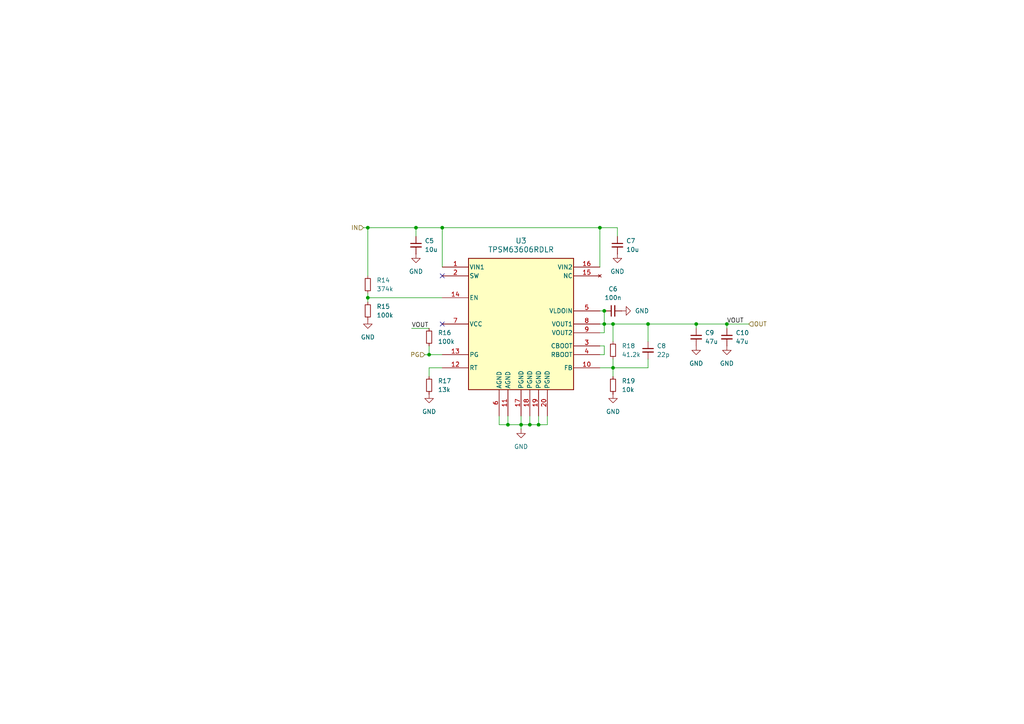
<source format=kicad_sch>
(kicad_sch (version 20231120) (generator "eeschema") (generator_version "8.0")
  (paper "A4")
  (lib_symbols
    (symbol "Device:C_Small" (pin_numbers hide) (pin_names (offset 0.254) hide)
      (property "Reference" "C" (at 0.254 1.778 0))
      (property "Value" "C_Small" (at 0.254 -2.032 0))
      (symbol "C_Small_0_1"
        (polyline (pts (xy -1.524 -0.508) (xy 1.524 -0.508)) (stroke (width 0.3302)))
        (polyline (pts (xy -1.524 0.508) (xy 1.524 0.508)) (stroke (width 0.3048)))
      )
      (symbol "C_Small_1_1"
        (pin passive line (at 0 2.54 270) (length 2.032) (name "~") (number "1"))
        (pin passive line (at 0 -2.54 90) (length 2.032) (name "~") (number "2"))
      )
    )
    (symbol "Device:R_Small" (pin_numbers hide) (pin_names (offset 0.254) hide)
      (property "Reference" "R" (at 0.762 0.508 0))
      (property "Value" "R_Small" (at 0.762 -1.016 0))
      (symbol "R_Small_0_1"
        (rectangle (start -0.762 1.778) (end 0.762 -1.778) (stroke (width 0.2032)))
      )
      (symbol "R_Small_1_1"
        (pin passive line (at 0 2.54 270) (length 0.762) (name "~") (number "1"))
        (pin passive line (at 0 -2.54 90) (length 0.762) (name "~") (number "2"))
      )
    )
    (symbol "bao-lib:TPSM63606RDLR" (pin_names (offset 0.254))
      (property "Reference" "U" (at 22.86 10.16 0))
      (property "Value" "TPSM63606RDLR" (at 22.86 7.62 0))
      (symbol "TPSM63606RDLR_0_1"
        (pin power_in line (at 0 0 0) (length 7.62) (name "VIN1") (number "1"))
        (pin input line (at 45.72 -29.21 180) (length 7.62) (name "FB") (number "10"))
        (pin power_out line (at 19.05 -43.18 90) (length 7.62) (name "AGND") (number "11"))
        (pin input line (at 0 -29.21 0) (length 7.62) (name "RT") (number "12"))
        (pin output line (at 0 -25.4 0) (length 7.62) (name "PG") (number "13"))
        (pin input line (at 0 -8.89 0) (length 7.62) (name "EN") (number "14"))
        (pin no_connect line (at 45.72 -2.54 180) (length 7.62) (name "NC") (number "15"))
        (pin power_in line (at 45.72 0 180) (length 7.62) (name "VIN2") (number "16"))
        (pin power_out line (at 22.86 -43.18 90) (length 7.62) (name "PGND") (number "17"))
        (pin power_out line (at 25.4 -43.18 90) (length 7.62) (name "PGND") (number "18"))
        (pin power_out line (at 27.94 -43.18 90) (length 7.62) (name "PGND") (number "19"))
        (pin output line (at 0 -2.54 0) (length 7.62) (name "SW") (number "2"))
        (pin power_out line (at 30.48 -43.18 90) (length 7.62) (name "PGND") (number "20"))
        (pin bidirectional line (at 45.72 -22.86 180) (length 7.62) (name "CBOOT") (number "3"))
        (pin bidirectional line (at 45.72 -25.4 180) (length 7.62) (name "RBOOT") (number "4"))
        (pin power_in line (at 45.72 -12.7 180) (length 7.62) (name "VLDOIN") (number "5"))
        (pin power_out line (at 16.51 -43.18 90) (length 7.62) (name "AGND") (number "6"))
        (pin output line (at 0 -16.51 0) (length 7.62) (name "VCC") (number "7"))
        (pin power_in line (at 45.72 -16.51 180) (length 7.62) (name "VOUT1") (number "8"))
        (pin power_in line (at 45.72 -19.05 180) (length 7.62) (name "VOUT2") (number "9"))
      )
      (symbol "TPSM63606RDLR_1_1"
        (rectangle (start 7.62 2.54) (end 38.1 -35.56) (stroke (width 0.254)) (fill (type background)))
      )
    )
    (symbol "power:GND" (power) (pin_numbers hide) (pin_names (offset 0) hide)
      (property "Value" "GND" (at 0 -3.81 0))
      (symbol "GND_0_1"
        (polyline (pts (xy 0 0) (xy 0 -1.27) (xy 1.27 -1.27) (xy 0 -2.54) (xy -1.27 -1.27) (xy 0 -1.27)))
      )
      (symbol "GND_1_1"
        (pin power_in line (at 0 0 270) (length 0) (name "~") (number "1"))
      )
    )
  )
  (junction (at 128.27 66.04))
  (junction (at 177.8 93.98))
  (junction (at 210.82 93.98))
  (junction (at 187.96 93.98))
  (junction (at 106.68 86.36))
  (junction (at 175.26 93.98))
  (junction (at 175.26 90.17))
  (junction (at 201.93 93.98))
  (junction (at 173.99 66.04))
  (junction (at 153.67 123.19))
  (junction (at 156.21 123.19))
  (junction (at 151.13 123.19))
  (junction (at 120.65 66.04))
  (junction (at 106.68 66.04))
  (junction (at 124.46 102.87))
  (junction (at 177.8 106.68))
  (junction (at 147.32 123.19))
  (no_connect (at 128.27 80.01))
  (no_connect (at 128.27 93.98))
  (wire (pts (xy 179.07 66.04) (xy 173.99 66.04)))
  (wire (pts (xy 106.68 66.04) (xy 120.65 66.04)))
  (wire (pts (xy 147.32 120.65) (xy 147.32 123.19)))
  (wire (pts (xy 144.78 120.65) (xy 144.78 123.19)))
  (wire (pts (xy 177.8 106.68) (xy 177.8 109.22)))
  (wire (pts (xy 106.68 86.36) (xy 128.27 86.36)))
  (wire (pts (xy 106.68 87.63) (xy 106.68 86.36)))
  (wire (pts (xy 173.99 90.17) (xy 175.26 90.17)))
  (wire (pts (xy 175.26 93.98) (xy 175.26 96.52)))
  (wire (pts (xy 173.99 66.04) (xy 173.99 77.47)))
  (wire (pts (xy 158.75 120.65) (xy 158.75 123.19)))
  (wire (pts (xy 123.19 102.87) (xy 124.46 102.87)))
  (wire (pts (xy 151.13 123.19) (xy 153.67 123.19)))
  (wire (pts (xy 153.67 123.19) (xy 156.21 123.19)))
  (wire (pts (xy 173.99 96.52) (xy 175.26 96.52)))
  (wire (pts (xy 124.46 106.68) (xy 124.46 109.22)))
  (wire (pts (xy 173.99 102.87) (xy 175.26 102.87)))
  (wire (pts (xy 173.99 106.68) (xy 177.8 106.68)))
  (wire (pts (xy 187.96 106.68) (xy 177.8 106.68)))
  (wire (pts (xy 151.13 124.46) (xy 151.13 123.19)))
  (wire (pts (xy 173.99 93.98) (xy 175.26 93.98)))
  (wire (pts (xy 210.82 93.98) (xy 210.82 95.25)))
  (wire (pts (xy 151.13 120.65) (xy 151.13 123.19)))
  (wire (pts (xy 201.93 93.98) (xy 201.93 95.25)))
  (wire (pts (xy 128.27 106.68) (xy 124.46 106.68)))
  (wire (pts (xy 153.67 120.65) (xy 153.67 123.19)))
  (wire (pts (xy 120.65 68.58) (xy 120.65 66.04)))
  (wire (pts (xy 144.78 123.19) (xy 147.32 123.19)))
  (wire (pts (xy 175.26 93.98) (xy 177.8 93.98)))
  (wire (pts (xy 147.32 123.19) (xy 151.13 123.19)))
  (wire (pts (xy 187.96 93.98) (xy 187.96 99.06)))
  (wire (pts (xy 156.21 120.65) (xy 156.21 123.19)))
  (wire (pts (xy 177.8 93.98) (xy 177.8 99.06)))
  (wire (pts (xy 210.82 93.98) (xy 217.17 93.98)))
  (wire (pts (xy 120.65 66.04) (xy 128.27 66.04)))
  (wire (pts (xy 128.27 66.04) (xy 173.99 66.04)))
  (wire (pts (xy 177.8 104.14) (xy 177.8 106.68)))
  (wire (pts (xy 124.46 102.87) (xy 124.46 100.33)))
  (wire (pts (xy 187.96 93.98) (xy 201.93 93.98)))
  (wire (pts (xy 173.99 100.33) (xy 175.26 100.33)))
  (wire (pts (xy 175.26 90.17) (xy 175.26 93.98)))
  (wire (pts (xy 128.27 77.47) (xy 128.27 66.04)))
  (wire (pts (xy 201.93 93.98) (xy 210.82 93.98)))
  (wire (pts (xy 177.8 93.98) (xy 187.96 93.98)))
  (wire (pts (xy 119.38 95.25) (xy 124.46 95.25)))
  (wire (pts (xy 179.07 68.58) (xy 179.07 66.04)))
  (wire (pts (xy 105.41 66.04) (xy 106.68 66.04)))
  (wire (pts (xy 175.26 100.33) (xy 175.26 102.87)))
  (wire (pts (xy 156.21 123.19) (xy 158.75 123.19)))
  (wire (pts (xy 187.96 104.14) (xy 187.96 106.68)))
  (wire (pts (xy 128.27 102.87) (xy 124.46 102.87)))
  (wire (pts (xy 106.68 80.01) (xy 106.68 66.04)))
  (wire (pts (xy 106.68 85.09) (xy 106.68 86.36)))
  (label "VOUT" (at 119.38 95.25 0))
  (label "VOUT" (at 210.82 93.98 0))
  (hierarchical_label "IN" (shape input) (at 105.41 66.04 180))
  (hierarchical_label "OUT" (shape input) (at 217.17 93.98 0))
  (hierarchical_label "PG" (shape input) (at 123.19 102.87 180))
  (symbol (lib_id "power:GND") (at 210.82 100.33 0) (unit 1)
    (property "Reference" "#PWR039" (effects (hide yes)))
    (property "Value" "GND" (at 210.82 105.41 0))
    (property "Description" "Power symbol creates a global label with name \"GND\" , ground" (effects (hide yes)))
  )
  (symbol (lib_id "Device:R_Small") (at 106.68 90.17 0) (unit 1)
    (property "Reference" "R15" (at 109.22 88.8999 0) (effects (justify left)))
    (property "Value" "100k" (at 109.22 91.4399 0) (effects (justify left)))
    (property "Footprint" "Resistor_SMD:R_0402_1005Metric" (effects (hide yes)))
    (property "Description" "Resistor, small symbol" (effects (hide yes)))
    (property "MPN" "RC0402FR-07100KL" (effects (hide yes)))
  )
  (symbol (lib_id "power:GND") (at 180.34 90.17 90) (unit 1)
    (property "Reference" "#PWR037" (effects (hide yes)))
    (property "Value" "GND" (at 184.15 90.1699 90) (effects (justify right)))
    (property "Description" "Power symbol creates a global label with name \"GND\" , ground" (effects (hide yes)))
  )
  (symbol (lib_id "power:GND") (at 177.8 114.3 0) (unit 1)
    (property "Reference" "#PWR035" (effects (hide yes)))
    (property "Value" "GND" (at 177.8 119.38 0))
    (property "Description" "Power symbol creates a global label with name \"GND\" , ground" (effects (hide yes)))
  )
  (symbol (lib_id "Device:R_Small") (at 177.8 101.6 0) (unit 1)
    (property "Reference" "R18" (at 180.34 100.3299 0) (effects (justify left)))
    (property "Value" "41.2k" (at 180.34 102.8699 0) (effects (justify left)))
    (property "Footprint" "Resistor_SMD:R_0402_1005Metric" (effects (hide yes)))
    (property "Description" "Resistor, small symbol" (effects (hide yes)))
    (property "MPN" "RC0402FR-1341K2L" (effects (hide yes)))
  )
  (symbol (lib_id "Device:C_Small") (at 201.93 97.79 0) (unit 1)
    (property "Reference" "C9" (at 204.47 96.5262 0) (effects (justify left)))
    (property "Value" "47u" (at 204.47 99.0662 0) (effects (justify left)))
    (property "Footprint" "Capacitor_SMD:C_1210_3225Metric" (effects (hide yes)))
    (property "Description" "Unpolarized capacitor, small symbol" (effects (hide yes)))
    (property "MPN" "GRM32ER71A476ME15L" (effects (hide yes)))
  )
  (symbol (lib_id "Device:R_Small") (at 124.46 111.76 0) (unit 1)
    (property "Reference" "R17" (at 127 110.4899 0) (effects (justify left)))
    (property "Value" "13k" (at 127 113.0299 0) (effects (justify left)))
    (property "Footprint" "Resistor_SMD:R_0402_1005Metric" (effects (hide yes)))
    (property "Description" "Resistor, small symbol" (effects (hide yes)))
    (property "MPN" "RC0402FR-0713KL" (effects (hide yes)))
  )
  (symbol (lib_id "power:GND") (at 179.07 73.66 0) (unit 1)
    (property "Reference" "#PWR036" (effects (hide yes)))
    (property "Value" "GND" (at 179.07 78.74 0))
    (property "Description" "Power symbol creates a global label with name \"GND\" , ground" (effects (hide yes)))
  )
  (symbol (lib_id "Device:C_Small") (at 210.82 97.79 0) (unit 1)
    (property "Reference" "C10" (at 213.36 96.5262 0) (effects (justify left)))
    (property "Value" "47u" (at 213.36 99.0662 0) (effects (justify left)))
    (property "Footprint" "Capacitor_SMD:C_1210_3225Metric" (effects (hide yes)))
    (property "Description" "Unpolarized capacitor, small symbol" (effects (hide yes)))
    (property "MPN" "GRM32ER71A476ME15L" (effects (hide yes)))
  )
  (symbol (lib_id "Device:C_Small") (at 187.96 101.6 0) (unit 1)
    (property "Reference" "C8" (at 190.5 100.3362 0) (effects (justify left)))
    (property "Value" "22p" (at 190.5 102.8762 0) (effects (justify left)))
    (property "Footprint" "Capacitor_SMD:C_0402_1005Metric" (effects (hide yes)))
    (property "Description" "Unpolarized capacitor, small symbol" (effects (hide yes)))
    (property "MPN" "GRM1555C1H220JA01D" (effects (hide yes)))
  )
  (symbol (lib_id "Device:R_Small") (at 124.46 97.79 0) (unit 1)
    (property "Reference" "R16" (at 127 96.5199 0) (effects (justify left)))
    (property "Value" "100k" (at 127 99.0599 0) (effects (justify left)))
    (property "Footprint" "Resistor_SMD:R_0402_1005Metric" (effects (hide yes)))
    (property "Description" "Resistor, small symbol" (effects (hide yes)))
    (property "MPN" "RC0402FR-07100KL" (effects (hide yes)))
  )
  (symbol (lib_id "power:GND") (at 124.46 114.3 0) (unit 1)
    (property "Reference" "#PWR033" (effects (hide yes)))
    (property "Value" "GND" (at 124.46 119.38 0))
    (property "Description" "Power symbol creates a global label with name \"GND\" , ground" (effects (hide yes)))
  )
  (symbol (lib_id "power:GND") (at 151.13 124.46 0) (unit 1)
    (property "Reference" "#PWR034" (effects (hide yes)))
    (property "Value" "GND" (at 151.13 129.54 0))
    (property "Description" "Power symbol creates a global label with name \"GND\" , ground" (effects (hide yes)))
  )
  (symbol (lib_id "Device:C_Small") (at 179.07 71.12 0) (unit 1)
    (property "Reference" "C7" (at 181.61 69.8562 0) (effects (justify left)))
    (property "Value" "10u" (at 181.61 72.3962 0) (effects (justify left)))
    (property "Footprint" "Capacitor_SMD:C_1210_3225Metric" (effects (hide yes)))
    (property "Description" "Unpolarized capacitor, small symbol" (effects (hide yes)))
    (property "MPN" "CNA6P1X7R1H106K" (effects (hide yes)))
  )
  (symbol (lib_id "power:GND") (at 106.68 92.71 0) (unit 1)
    (property "Reference" "#PWR031" (effects (hide yes)))
    (property "Value" "GND" (at 106.68 97.79 0))
    (property "Description" "Power symbol creates a global label with name \"GND\" , ground" (effects (hide yes)))
  )
  (symbol (lib_id "bao-lib:TPSM63606RDLR") (at 128.27 77.47 0) (unit 1)
    (property "Reference" "U3" (at 151.13 69.85 0) (effects (font (size 1.524 1.524))))
    (property "Value" "TPSM63606RDLR" (at 151.13 72.39 0) (effects (font (size 1.524 1.524))))
    (property "Footprint" "bao-lib:B3QFN20_RDL_TEX" (effects (hide yes)))
    (property "Datasheet" "https://www.ti.com/lit/ds/symlink/tpsm63606.pdf" (effects (hide yes)))
  )
  (symbol (lib_id "Device:C_Small") (at 177.8 90.17 90) (unit 1)
    (property "Reference" "C6" (at 177.8063 83.82 90))
    (property "Value" "100n" (at 177.8063 86.36 90))
    (property "Footprint" "Capacitor_SMD:C_0402_1005Metric" (effects (hide yes)))
    (property "Description" "Unpolarized capacitor, small symbol" (effects (hide yes)))
    (property "MPN" "885012105001" (effects (hide yes)))
  )
  (symbol (lib_id "power:GND") (at 120.65 73.66 0) (unit 1)
    (property "Reference" "#PWR032" (effects (hide yes)))
    (property "Value" "GND" (at 120.65 78.74 0))
    (property "Description" "Power symbol creates a global label with name \"GND\" , ground" (effects (hide yes)))
  )
  (symbol (lib_id "Device:R_Small") (at 106.68 82.55 0) (unit 1)
    (property "Reference" "R14" (at 109.22 81.2799 0) (effects (justify left)))
    (property "Value" "374k" (at 109.22 83.8199 0) (effects (justify left)))
    (property "Footprint" "Resistor_SMD:R_0402_1005Metric" (effects (hide yes)))
    (property "Description" "Resistor, small symbol" (effects (hide yes)))
    (property "MPN" "RC0402FR-07374KL" (effects (hide yes)))
  )
  (symbol (lib_id "power:GND") (at 201.93 100.33 0) (unit 1)
    (property "Reference" "#PWR038" (effects (hide yes)))
    (property "Value" "GND" (at 201.93 105.41 0))
    (property "Description" "Power symbol creates a global label with name \"GND\" , ground" (effects (hide yes)))
  )
  (symbol (lib_id "Device:C_Small") (at 120.65 71.12 0) (unit 1)
    (property "Reference" "C5" (at 123.19 69.8562 0) (effects (justify left)))
    (property "Value" "10u" (at 123.19 72.3962 0) (effects (justify left)))
    (property "Footprint" "Capacitor_SMD:C_1210_3225Metric" (effects (hide yes)))
    (property "Description" "Unpolarized capacitor, small symbol" (effects (hide yes)))
    (property "MPN" "CNA6P1X7R1H106K" (effects (hide yes)))
  )
  (symbol (lib_id "Device:R_Small") (at 177.8 111.76 0) (unit 1)
    (property "Reference" "R19" (at 180.34 110.4899 0) (effects (justify left)))
    (property "Value" "10k" (at 180.34 113.0299 0) (effects (justify left)))
    (property "Footprint" "Resistor_SMD:R_0402_1005Metric" (effects (hide yes)))
    (property "Description" "Resistor, small symbol" (effects (hide yes)))
    (property "MPN" "RC0402JR-0710KL" (effects (hide yes)))
  )
)
</source>
